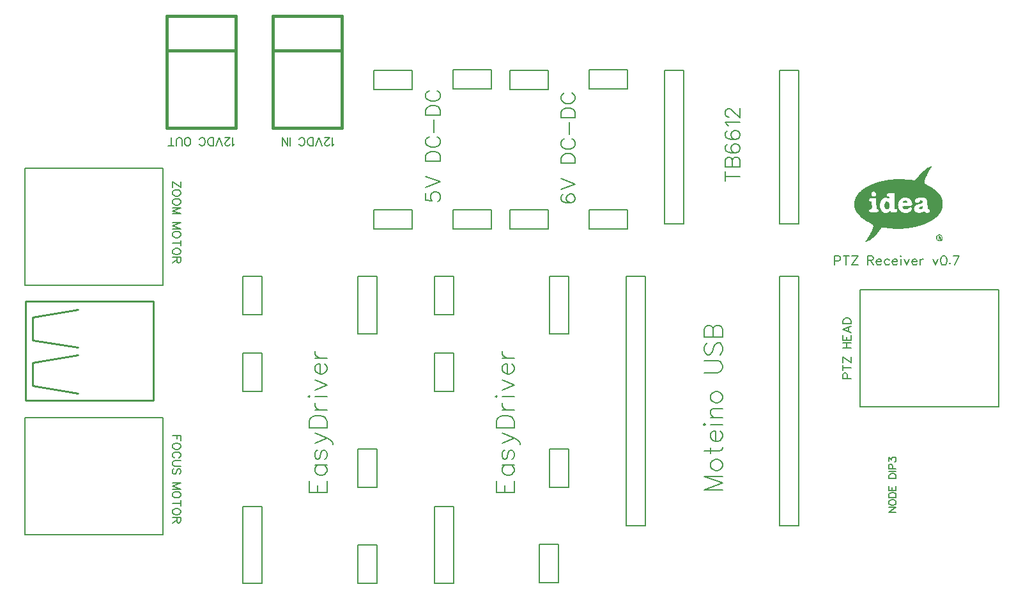
<source format=gto>
G04 ---------------------------- Layer name :TOP SILK LAYER*
G04 easyEDA 0.1*
G04 Scale: 100 percent, Rotated: No, Reflected: No *
G04 Dimensions in inches *
G04 leading zeros omitted , absolute positions ,2 integer and 4 * 
%FSLAX24Y24*%
%MOIN*%
G90*
G70D02*

%ADD10C,0.010000*%
%ADD11C,0.007900*%
%ADD12C,0.005080*%
%ADD13C,0.015240*%
%ADD14C,0.008000*%
%ADD15C,0.007000*%

%LPD*%
%LNVIA PAD TRACK COPPERAREA*%
G54D11*
G01X32019Y50800D02*
G01X31019Y50800D01*
G01X32019Y37800D02*
G01X32019Y50800D01*
G01X32019Y37800D02*
G01X31019Y37800D01*
G01X31019Y37800D02*
G01X31019Y38550D01*
G01X31019Y38550D02*
G01X31019Y50800D01*
G01X40019Y50800D02*
G01X39019Y50800D01*
G01X40019Y37800D02*
G01X40019Y50800D01*
G01X40019Y37800D02*
G01X39019Y37800D01*
G01X39019Y37800D02*
G01X39019Y38550D01*
G01X39019Y38550D02*
G01X39019Y50800D01*
G01X11019Y48800D02*
G01X11019Y50800D01*
G01X12019Y48800D02*
G01X11019Y48800D01*
G01X12019Y48800D02*
G01X12019Y50800D01*
G01X12019Y50800D02*
G01X11019Y50800D01*
G01X11019Y44800D02*
G01X11019Y46800D01*
G01X12019Y44800D02*
G01X11019Y44800D01*
G01X12019Y44800D02*
G01X12019Y46800D01*
G01X12019Y46800D02*
G01X11019Y46800D01*
G01X12019Y34800D02*
G01X11019Y34800D01*
G01X11019Y34800D02*
G01X11019Y38800D01*
G01X12019Y34800D02*
G01X12019Y38800D01*
G01X12019Y38800D02*
G01X11019Y38800D01*
G01X18019Y47800D02*
G01X18019Y50800D01*
G01X18019Y50800D02*
G01X17019Y50800D01*
G01X17019Y47800D02*
G01X17019Y50800D01*
G01X18019Y47800D02*
G01X17019Y47800D01*
G01X17019Y39800D02*
G01X17019Y41800D01*
G01X18019Y39800D02*
G01X17019Y39800D01*
G01X18019Y39800D02*
G01X18019Y41800D01*
G01X18019Y41800D02*
G01X17019Y41800D01*
G01X17019Y34800D02*
G01X17019Y36800D01*
G01X18019Y34800D02*
G01X17019Y34800D01*
G01X18019Y34800D02*
G01X18019Y36800D01*
G01X18019Y36800D02*
G01X17019Y36800D01*
G01X21019Y48800D02*
G01X21019Y50800D01*
G01X22019Y48800D02*
G01X21019Y48800D01*
G01X22019Y48800D02*
G01X22019Y50800D01*
G01X22019Y50800D02*
G01X21019Y50800D01*
G01X21019Y44800D02*
G01X21019Y46800D01*
G01X22019Y44800D02*
G01X21019Y44800D01*
G01X22019Y44800D02*
G01X22019Y46800D01*
G01X22019Y46800D02*
G01X21019Y46800D01*
G01X22019Y34800D02*
G01X21019Y34800D01*
G01X21019Y34800D02*
G01X21019Y38800D01*
G01X22019Y34800D02*
G01X22019Y38800D01*
G01X22019Y38800D02*
G01X21019Y38800D01*
G01X28019Y47800D02*
G01X28019Y50800D01*
G01X28019Y50800D02*
G01X27019Y50800D01*
G01X27019Y47800D02*
G01X27019Y50800D01*
G01X28019Y47800D02*
G01X27019Y47800D01*
G01X27019Y39800D02*
G01X27019Y41800D01*
G01X28019Y39800D02*
G01X27019Y39800D01*
G01X28019Y39800D02*
G01X28019Y41800D01*
G01X28019Y41800D02*
G01X27019Y41800D01*
G01X26484Y34816D02*
G01X26484Y36816D01*
G01X27484Y34816D02*
G01X26484Y34816D01*
G01X27484Y34816D02*
G01X27484Y36816D01*
G01X27484Y36816D02*
G01X26484Y36816D01*
G01X40019Y61505D02*
G01X39019Y61505D01*
G01X40019Y53503D02*
G01X40019Y61505D01*
G01X40019Y53503D02*
G01X39019Y53503D01*
G01X39019Y53503D02*
G01X39019Y61505D01*
G01X34019Y61505D02*
G01X33019Y61505D01*
G01X34019Y53503D02*
G01X34019Y61505D01*
G01X34019Y53503D02*
G01X33019Y53503D01*
G01X33019Y53503D02*
G01X33019Y61505D01*
G54D12*
G01X50449Y43988D02*
G01X50449Y50084D01*
G01X50449Y50084D02*
G01X43235Y50084D01*
G01X43235Y50084D02*
G01X43235Y43988D01*
G01X43235Y43988D02*
G01X50449Y43988D01*
G01X-339Y56409D02*
G01X-339Y50313D01*
G01X-339Y50313D02*
G01X6875Y50313D01*
G01X6875Y50313D02*
G01X6875Y56409D01*
G01X6875Y56409D02*
G01X-339Y56409D01*
G01X-339Y43416D02*
G01X-339Y37320D01*
G01X-339Y37320D02*
G01X6875Y37320D01*
G01X6875Y37320D02*
G01X6875Y43416D01*
G01X6875Y43416D02*
G01X-339Y43416D01*
G54D11*
G01X26953Y53245D02*
G01X24953Y53245D01*
G01X26953Y54245D02*
G01X26953Y53245D01*
G01X26953Y54245D02*
G01X24953Y54245D01*
G01X24953Y54245D02*
G01X24953Y53245D01*
G01X31082Y53260D02*
G01X29082Y53260D01*
G01X31082Y54260D02*
G01X31082Y53260D01*
G01X31082Y54260D02*
G01X29082Y54260D01*
G01X29082Y54260D02*
G01X29082Y53260D01*
G01X31086Y60536D02*
G01X29086Y60536D01*
G01X31086Y61536D02*
G01X31086Y60536D01*
G01X31086Y61536D02*
G01X29086Y61536D01*
G01X29086Y61536D02*
G01X29086Y60536D01*
G01X26949Y60530D02*
G01X24949Y60530D01*
G01X26949Y61530D02*
G01X26949Y60530D01*
G01X26949Y61530D02*
G01X24949Y61530D01*
G01X24949Y61530D02*
G01X24949Y60530D01*
G01X19867Y53246D02*
G01X17867Y53246D01*
G01X19867Y54246D02*
G01X19867Y53246D01*
G01X19867Y54246D02*
G01X17867Y54246D01*
G01X17867Y54246D02*
G01X17867Y53246D01*
G01X23996Y53261D02*
G01X21996Y53261D01*
G01X23996Y54261D02*
G01X23996Y53261D01*
G01X23996Y54261D02*
G01X21996Y54261D01*
G01X21996Y54261D02*
G01X21996Y53261D01*
G01X24000Y60537D02*
G01X22000Y60537D01*
G01X24000Y61537D02*
G01X24000Y60537D01*
G01X24000Y61537D02*
G01X22000Y61537D01*
G01X22000Y61537D02*
G01X22000Y60537D01*
G01X19863Y60531D02*
G01X17863Y60531D01*
G01X19863Y61531D02*
G01X19863Y60531D01*
G01X19863Y61531D02*
G01X17863Y61531D01*
G01X17863Y61531D02*
G01X17863Y60531D01*
G54D13*
G01X10661Y62562D02*
G01X7061Y62562D01*
G01X10661Y64362D02*
G01X7061Y64362D01*
G01X7061Y64362D02*
G01X7061Y58522D01*
G01X7061Y58522D02*
G01X10661Y58522D01*
G01X10661Y58522D02*
G01X10661Y64362D01*
G01X16188Y62564D02*
G01X12588Y62564D01*
G01X16188Y64364D02*
G01X12588Y64364D01*
G01X12588Y64364D02*
G01X12588Y58524D01*
G01X12588Y58524D02*
G01X16188Y58524D01*
G01X16188Y58524D02*
G01X16188Y64364D01*
G54D10*
G01X-320Y49470D02*
G01X6369Y49470D01*
G01X6369Y44310D01*
G01X-320Y44310D01*
G01X-320Y49470D01*
G01X2429Y49040D02*
G01X69Y48640D01*
G01X69Y47460D01*
G01X2429Y47070D01*
G01X2429Y44700D02*
G01X69Y45100D01*
G01X69Y46280D01*
G01X2429Y46670D01*
G54D14*
G01X35108Y39648D02*
G01X36048Y39648D01*
G01X35108Y39648D02*
G01X36048Y40006D01*
G01X35108Y40364D02*
G01X36048Y40006D01*
G01X35108Y40364D02*
G01X36048Y40364D01*
G01X35421Y40883D02*
G01X35466Y40793D01*
G01X35556Y40704D01*
G01X35690Y40659D01*
G01X35779Y40659D01*
G01X35913Y40704D01*
G01X36003Y40793D01*
G01X36048Y40883D01*
G01X36048Y41017D01*
G01X36003Y41106D01*
G01X35913Y41196D01*
G01X35779Y41241D01*
G01X35690Y41241D01*
G01X35556Y41196D01*
G01X35466Y41106D01*
G01X35421Y41017D01*
G01X35421Y40883D01*
G01X35108Y41670D02*
G01X35869Y41670D01*
G01X36003Y41715D01*
G01X36048Y41804D01*
G01X36048Y41894D01*
G01X35421Y41536D02*
G01X35421Y41849D01*
G01X35690Y42189D02*
G01X35690Y42726D01*
G01X35600Y42726D01*
G01X35511Y42681D01*
G01X35466Y42637D01*
G01X35421Y42547D01*
G01X35421Y42413D01*
G01X35466Y42323D01*
G01X35556Y42234D01*
G01X35690Y42189D01*
G01X35779Y42189D01*
G01X35913Y42234D01*
G01X36003Y42323D01*
G01X36048Y42413D01*
G01X36048Y42547D01*
G01X36003Y42637D01*
G01X35913Y42726D01*
G01X35108Y43021D02*
G01X35153Y43066D01*
G01X35108Y43111D01*
G01X35063Y43066D01*
G01X35108Y43021D01*
G01X35421Y43066D02*
G01X36048Y43066D01*
G01X35421Y43406D02*
G01X36048Y43406D01*
G01X35600Y43406D02*
G01X35466Y43540D01*
G01X35421Y43630D01*
G01X35421Y43764D01*
G01X35466Y43853D01*
G01X35600Y43898D01*
G01X36048Y43898D01*
G01X35421Y44417D02*
G01X35466Y44328D01*
G01X35556Y44238D01*
G01X35690Y44193D01*
G01X35779Y44193D01*
G01X35913Y44238D01*
G01X36003Y44328D01*
G01X36048Y44417D01*
G01X36048Y44551D01*
G01X36003Y44641D01*
G01X35913Y44730D01*
G01X35779Y44775D01*
G01X35690Y44775D01*
G01X35556Y44730D01*
G01X35466Y44641D01*
G01X35421Y44551D01*
G01X35421Y44417D01*
G01X35108Y45759D02*
G01X35779Y45759D01*
G01X35913Y45804D01*
G01X36003Y45894D01*
G01X36048Y46028D01*
G01X36048Y46117D01*
G01X36003Y46251D01*
G01X35913Y46341D01*
G01X35779Y46386D01*
G01X35108Y46386D01*
G01X35242Y47307D02*
G01X35153Y47218D01*
G01X35108Y47084D01*
G01X35108Y46905D01*
G01X35153Y46770D01*
G01X35242Y46681D01*
G01X35332Y46681D01*
G01X35421Y46726D01*
G01X35466Y46770D01*
G01X35511Y46860D01*
G01X35600Y47128D01*
G01X35645Y47218D01*
G01X35690Y47263D01*
G01X35779Y47307D01*
G01X35913Y47307D01*
G01X36003Y47218D01*
G01X36048Y47084D01*
G01X36048Y46905D01*
G01X36003Y46770D01*
G01X35913Y46681D01*
G01X35108Y47603D02*
G01X36048Y47603D01*
G01X35108Y47603D02*
G01X35108Y48005D01*
G01X35153Y48139D01*
G01X35198Y48184D01*
G01X35287Y48229D01*
G01X35377Y48229D01*
G01X35466Y48184D01*
G01X35511Y48139D01*
G01X35556Y48005D01*
G01X35556Y47603D02*
G01X35556Y48005D01*
G01X35600Y48139D01*
G01X35645Y48184D01*
G01X35734Y48229D01*
G01X35869Y48229D01*
G01X35958Y48184D01*
G01X36003Y48139D01*
G01X36048Y48005D01*
G01X36048Y47603D01*
G01X14478Y39528D02*
G01X15418Y39528D01*
G01X14478Y39528D02*
G01X14478Y40110D01*
G01X14926Y39528D02*
G01X14926Y39886D01*
G01X15418Y39528D02*
G01X15418Y40110D01*
G01X14791Y40942D02*
G01X15418Y40942D01*
G01X14926Y40942D02*
G01X14836Y40852D01*
G01X14791Y40763D01*
G01X14791Y40629D01*
G01X14836Y40539D01*
G01X14926Y40450D01*
G01X15060Y40405D01*
G01X15149Y40405D01*
G01X15283Y40450D01*
G01X15372Y40539D01*
G01X15418Y40629D01*
G01X15418Y40763D01*
G01X15372Y40852D01*
G01X15283Y40942D01*
G01X14926Y41729D02*
G01X14836Y41684D01*
G01X14791Y41550D01*
G01X14791Y41416D01*
G01X14836Y41282D01*
G01X14926Y41237D01*
G01X15015Y41282D01*
G01X15060Y41371D01*
G01X15104Y41595D01*
G01X15149Y41684D01*
G01X15238Y41729D01*
G01X15283Y41729D01*
G01X15372Y41684D01*
G01X15418Y41550D01*
G01X15418Y41416D01*
G01X15372Y41282D01*
G01X15283Y41237D01*
G01X14791Y42069D02*
G01X15418Y42338D01*
G01X14791Y42606D02*
G01X15418Y42338D01*
G01X15597Y42248D01*
G01X15686Y42159D01*
G01X15731Y42069D01*
G01X15731Y42024D01*
G01X14478Y42901D02*
G01X15418Y42901D01*
G01X14478Y42901D02*
G01X14478Y43214D01*
G01X14522Y43349D01*
G01X14612Y43438D01*
G01X14702Y43483D01*
G01X14836Y43528D01*
G01X15060Y43528D01*
G01X15194Y43483D01*
G01X15283Y43438D01*
G01X15372Y43349D01*
G01X15418Y43214D01*
G01X15418Y42901D01*
G01X14791Y43823D02*
G01X15418Y43823D01*
G01X15060Y43823D02*
G01X14926Y43868D01*
G01X14836Y43957D01*
G01X14791Y44047D01*
G01X14791Y44181D01*
G01X14478Y44476D02*
G01X14522Y44521D01*
G01X14478Y44566D01*
G01X14433Y44521D01*
G01X14478Y44476D01*
G01X14791Y44521D02*
G01X15418Y44521D01*
G01X14791Y44861D02*
G01X15418Y45129D01*
G01X14791Y45398D02*
G01X15418Y45129D01*
G01X15060Y45693D02*
G01X15060Y46230D01*
G01X14969Y46230D01*
G01X14881Y46185D01*
G01X14836Y46140D01*
G01X14791Y46051D01*
G01X14791Y45917D01*
G01X14836Y45827D01*
G01X14926Y45738D01*
G01X15060Y45693D01*
G01X15149Y45693D01*
G01X15283Y45738D01*
G01X15372Y45827D01*
G01X15418Y45917D01*
G01X15418Y46051D01*
G01X15372Y46140D01*
G01X15283Y46230D01*
G01X14791Y46525D02*
G01X15418Y46525D01*
G01X15060Y46525D02*
G01X14926Y46570D01*
G01X14836Y46659D01*
G01X14791Y46749D01*
G01X14791Y46883D01*
G01X24242Y39528D02*
G01X25182Y39528D01*
G01X24242Y39528D02*
G01X24242Y40110D01*
G01X24689Y39528D02*
G01X24689Y39886D01*
G01X25182Y39528D02*
G01X25182Y40110D01*
G01X24555Y40942D02*
G01X25182Y40942D01*
G01X24689Y40942D02*
G01X24600Y40852D01*
G01X24555Y40763D01*
G01X24555Y40629D01*
G01X24600Y40539D01*
G01X24689Y40450D01*
G01X24824Y40405D01*
G01X24913Y40405D01*
G01X25047Y40450D01*
G01X25137Y40539D01*
G01X25182Y40629D01*
G01X25182Y40763D01*
G01X25137Y40852D01*
G01X25047Y40942D01*
G01X24689Y41729D02*
G01X24600Y41684D01*
G01X24555Y41550D01*
G01X24555Y41416D01*
G01X24600Y41282D01*
G01X24689Y41237D01*
G01X24779Y41282D01*
G01X24824Y41371D01*
G01X24868Y41595D01*
G01X24913Y41684D01*
G01X25002Y41729D01*
G01X25047Y41729D01*
G01X25137Y41684D01*
G01X25182Y41550D01*
G01X25182Y41416D01*
G01X25137Y41282D01*
G01X25047Y41237D01*
G01X24555Y42069D02*
G01X25182Y42338D01*
G01X24555Y42606D02*
G01X25182Y42338D01*
G01X25361Y42248D01*
G01X25450Y42159D01*
G01X25495Y42069D01*
G01X25495Y42024D01*
G01X24242Y42901D02*
G01X25182Y42901D01*
G01X24242Y42901D02*
G01X24242Y43214D01*
G01X24287Y43349D01*
G01X24376Y43438D01*
G01X24466Y43483D01*
G01X24600Y43528D01*
G01X24824Y43528D01*
G01X24958Y43483D01*
G01X25047Y43438D01*
G01X25137Y43349D01*
G01X25182Y43214D01*
G01X25182Y42901D01*
G01X24555Y43823D02*
G01X25182Y43823D01*
G01X24824Y43823D02*
G01X24689Y43868D01*
G01X24600Y43957D01*
G01X24555Y44047D01*
G01X24555Y44181D01*
G01X24242Y44476D02*
G01X24287Y44521D01*
G01X24242Y44566D01*
G01X24197Y44521D01*
G01X24242Y44476D01*
G01X24555Y44521D02*
G01X25182Y44521D01*
G01X24555Y44861D02*
G01X25182Y45129D01*
G01X24555Y45398D02*
G01X25182Y45129D01*
G01X24824Y45693D02*
G01X24824Y46230D01*
G01X24733Y46230D01*
G01X24645Y46185D01*
G01X24600Y46140D01*
G01X24555Y46051D01*
G01X24555Y45917D01*
G01X24600Y45827D01*
G01X24689Y45738D01*
G01X24824Y45693D01*
G01X24913Y45693D01*
G01X25047Y45738D01*
G01X25137Y45827D01*
G01X25182Y45917D01*
G01X25182Y46051D01*
G01X25137Y46140D01*
G01X25047Y46230D01*
G01X24555Y46525D02*
G01X25182Y46525D01*
G01X24824Y46525D02*
G01X24689Y46570D01*
G01X24600Y46659D01*
G01X24555Y46749D01*
G01X24555Y46883D01*
G01X36201Y56001D02*
G01X36952Y56001D01*
G01X36201Y55750D02*
G01X36201Y56251D01*
G01X36201Y56487D02*
G01X36952Y56487D01*
G01X36201Y56487D02*
G01X36201Y56808D01*
G01X36236Y56917D01*
G01X36272Y56953D01*
G01X36344Y56988D01*
G01X36415Y56988D01*
G01X36487Y56953D01*
G01X36523Y56917D01*
G01X36558Y56808D01*
G01X36558Y56487D02*
G01X36558Y56808D01*
G01X36594Y56917D01*
G01X36630Y56953D01*
G01X36702Y56988D01*
G01X36809Y56988D01*
G01X36881Y56953D01*
G01X36916Y56917D01*
G01X36952Y56808D01*
G01X36952Y56487D01*
G01X36308Y57654D02*
G01X36236Y57618D01*
G01X36201Y57511D01*
G01X36201Y57439D01*
G01X36236Y57331D01*
G01X36344Y57260D01*
G01X36523Y57225D01*
G01X36702Y57225D01*
G01X36845Y57260D01*
G01X36916Y57331D01*
G01X36952Y57439D01*
G01X36952Y57475D01*
G01X36916Y57581D01*
G01X36845Y57654D01*
G01X36737Y57690D01*
G01X36702Y57690D01*
G01X36594Y57654D01*
G01X36523Y57581D01*
G01X36487Y57475D01*
G01X36487Y57439D01*
G01X36523Y57331D01*
G01X36594Y57260D01*
G01X36702Y57225D01*
G01X36308Y58355D02*
G01X36236Y58320D01*
G01X36201Y58212D01*
G01X36201Y58141D01*
G01X36236Y58032D01*
G01X36344Y57962D01*
G01X36523Y57926D01*
G01X36702Y57926D01*
G01X36845Y57962D01*
G01X36916Y58032D01*
G01X36952Y58141D01*
G01X36952Y58177D01*
G01X36916Y58283D01*
G01X36845Y58355D01*
G01X36737Y58391D01*
G01X36702Y58391D01*
G01X36594Y58355D01*
G01X36523Y58283D01*
G01X36487Y58177D01*
G01X36487Y58141D01*
G01X36523Y58032D01*
G01X36594Y57962D01*
G01X36702Y57926D01*
G01X36344Y58628D02*
G01X36308Y58699D01*
G01X36201Y58806D01*
G01X36952Y58806D01*
G01X36379Y59079D02*
G01X36344Y59079D01*
G01X36272Y59114D01*
G01X36236Y59150D01*
G01X36201Y59222D01*
G01X36201Y59365D01*
G01X36236Y59436D01*
G01X36272Y59472D01*
G01X36344Y59507D01*
G01X36415Y59507D01*
G01X36487Y59472D01*
G01X36594Y59401D01*
G01X36952Y59043D01*
G01X36952Y59544D01*
G01X41885Y51844D02*
G01X41885Y51375D01*
G01X41885Y51844D02*
G01X42086Y51844D01*
G01X42153Y51822D01*
G01X42176Y51800D01*
G01X42198Y51754D01*
G01X42198Y51688D01*
G01X42176Y51643D01*
G01X42153Y51621D01*
G01X42086Y51598D01*
G01X41885Y51598D01*
G01X42502Y51844D02*
G01X42502Y51375D01*
G01X42346Y51844D02*
G01X42659Y51844D01*
G01X43120Y51844D02*
G01X42807Y51375D01*
G01X42807Y51844D02*
G01X43120Y51844D01*
G01X42807Y51375D02*
G01X43120Y51375D01*
G01X43612Y51844D02*
G01X43612Y51375D01*
G01X43612Y51844D02*
G01X43813Y51844D01*
G01X43879Y51822D01*
G01X43903Y51800D01*
G01X43925Y51754D01*
G01X43925Y51710D01*
G01X43903Y51665D01*
G01X43879Y51643D01*
G01X43813Y51621D01*
G01X43612Y51621D01*
G01X43767Y51621D02*
G01X43925Y51375D01*
G01X44073Y51554D02*
G01X44341Y51554D01*
G01X44341Y51598D01*
G01X44319Y51643D01*
G01X44296Y51665D01*
G01X44252Y51688D01*
G01X44185Y51688D01*
G01X44140Y51665D01*
G01X44095Y51621D01*
G01X44073Y51554D01*
G01X44073Y51508D01*
G01X44095Y51442D01*
G01X44140Y51397D01*
G01X44185Y51375D01*
G01X44252Y51375D01*
G01X44296Y51397D01*
G01X44341Y51442D01*
G01X44757Y51621D02*
G01X44712Y51665D01*
G01X44667Y51688D01*
G01X44601Y51688D01*
G01X44555Y51665D01*
G01X44511Y51621D01*
G01X44489Y51554D01*
G01X44489Y51508D01*
G01X44511Y51442D01*
G01X44555Y51397D01*
G01X44601Y51375D01*
G01X44667Y51375D01*
G01X44712Y51397D01*
G01X44757Y51442D01*
G01X44904Y51554D02*
G01X45173Y51554D01*
G01X45173Y51598D01*
G01X45151Y51643D01*
G01X45129Y51665D01*
G01X45084Y51688D01*
G01X45016Y51688D01*
G01X44972Y51665D01*
G01X44927Y51621D01*
G01X44904Y51554D01*
G01X44904Y51508D01*
G01X44927Y51442D01*
G01X44972Y51397D01*
G01X45016Y51375D01*
G01X45084Y51375D01*
G01X45129Y51397D01*
G01X45173Y51442D01*
G01X45321Y51844D02*
G01X45342Y51822D01*
G01X45366Y51844D01*
G01X45342Y51867D01*
G01X45321Y51844D01*
G01X45342Y51688D02*
G01X45342Y51375D01*
G01X45513Y51688D02*
G01X45648Y51375D01*
G01X45782Y51688D02*
G01X45648Y51375D01*
G01X45929Y51554D02*
G01X46198Y51554D01*
G01X46198Y51598D01*
G01X46175Y51643D01*
G01X46153Y51665D01*
G01X46108Y51688D01*
G01X46041Y51688D01*
G01X45996Y51665D01*
G01X45952Y51621D01*
G01X45929Y51554D01*
G01X45929Y51508D01*
G01X45952Y51442D01*
G01X45996Y51397D01*
G01X46041Y51375D01*
G01X46108Y51375D01*
G01X46153Y51397D01*
G01X46198Y51442D01*
G01X46345Y51688D02*
G01X46345Y51375D01*
G01X46345Y51554D02*
G01X46367Y51621D01*
G01X46413Y51665D01*
G01X46457Y51688D01*
G01X46524Y51688D01*
G01X47016Y51688D02*
G01X47151Y51375D01*
G01X47285Y51688D02*
G01X47151Y51375D01*
G01X47566Y51844D02*
G01X47500Y51822D01*
G01X47454Y51754D01*
G01X47433Y51643D01*
G01X47433Y51576D01*
G01X47454Y51464D01*
G01X47500Y51397D01*
G01X47566Y51375D01*
G01X47612Y51375D01*
G01X47679Y51397D01*
G01X47723Y51464D01*
G01X47746Y51576D01*
G01X47746Y51643D01*
G01X47723Y51754D01*
G01X47679Y51822D01*
G01X47612Y51844D01*
G01X47566Y51844D01*
G01X47916Y51487D02*
G01X47892Y51464D01*
G01X47916Y51442D01*
G01X47938Y51464D01*
G01X47916Y51487D01*
G01X48399Y51844D02*
G01X48175Y51375D01*
G01X48086Y51844D02*
G01X48399Y51844D01*
G01X44722Y38485D02*
G01X45098Y38485D01*
G01X44722Y38485D02*
G01X45098Y38736D01*
G01X44722Y38736D02*
G01X45098Y38736D01*
G01X44722Y38961D02*
G01X44740Y38925D01*
G01X44776Y38889D01*
G01X44812Y38872D01*
G01X44865Y38854D01*
G01X44954Y38854D01*
G01X45009Y38872D01*
G01X45044Y38889D01*
G01X45079Y38925D01*
G01X45098Y38961D01*
G01X45098Y39033D01*
G01X45079Y39068D01*
G01X45044Y39104D01*
G01X45009Y39122D01*
G01X44954Y39140D01*
G01X44865Y39140D01*
G01X44812Y39122D01*
G01X44776Y39104D01*
G01X44740Y39068D01*
G01X44722Y39033D01*
G01X44722Y38961D01*
G01X44722Y39258D02*
G01X45098Y39258D01*
G01X44722Y39258D02*
G01X44722Y39383D01*
G01X44740Y39437D01*
G01X44776Y39473D01*
G01X44812Y39491D01*
G01X44865Y39509D01*
G01X44954Y39509D01*
G01X45009Y39491D01*
G01X45044Y39473D01*
G01X45079Y39437D01*
G01X45098Y39383D01*
G01X45098Y39258D01*
G01X44722Y39627D02*
G01X45098Y39627D01*
G01X44722Y39627D02*
G01X44722Y39859D01*
G01X44901Y39627D02*
G01X44901Y39770D01*
G01X45098Y39627D02*
G01X45098Y39859D01*
G01X44722Y40253D02*
G01X45098Y40253D01*
G01X44722Y40253D02*
G01X44722Y40378D01*
G01X44740Y40432D01*
G01X44776Y40468D01*
G01X44812Y40486D01*
G01X44865Y40504D01*
G01X44954Y40504D01*
G01X45009Y40486D01*
G01X45044Y40468D01*
G01X45079Y40432D01*
G01X45098Y40378D01*
G01X45098Y40253D01*
G01X44722Y40622D02*
G01X45098Y40622D01*
G01X44722Y40740D02*
G01X45098Y40740D01*
G01X44722Y40740D02*
G01X44722Y40901D01*
G01X44740Y40955D01*
G01X44758Y40972D01*
G01X44794Y40990D01*
G01X44848Y40990D01*
G01X44883Y40972D01*
G01X44901Y40955D01*
G01X44919Y40901D01*
G01X44919Y40740D01*
G01X44722Y41144D02*
G01X44722Y41341D01*
G01X44865Y41234D01*
G01X44865Y41287D01*
G01X44883Y41323D01*
G01X44901Y41341D01*
G01X44954Y41359D01*
G01X44991Y41359D01*
G01X45044Y41341D01*
G01X45079Y41305D01*
G01X45098Y41252D01*
G01X45098Y41198D01*
G01X45079Y41144D01*
G01X45062Y41126D01*
G01X45026Y41108D01*
G01X27725Y55037D02*
G01X27652Y55002D01*
G01X27618Y54894D01*
G01X27618Y54823D01*
G01X27652Y54715D01*
G01X27761Y54644D01*
G01X27939Y54607D01*
G01X28119Y54607D01*
G01X28262Y54644D01*
G01X28333Y54715D01*
G01X28369Y54823D01*
G01X28369Y54858D01*
G01X28333Y54966D01*
G01X28262Y55037D01*
G01X28154Y55073D01*
G01X28119Y55073D01*
G01X28011Y55037D01*
G01X27939Y54966D01*
G01X27904Y54858D01*
G01X27904Y54823D01*
G01X27939Y54715D01*
G01X28011Y54644D01*
G01X28119Y54607D01*
G01X27618Y55310D02*
G01X28369Y55596D01*
G01X27618Y55881D02*
G01X28369Y55596D01*
G01X27618Y56670D02*
G01X28369Y56670D01*
G01X27618Y56670D02*
G01X27618Y56920D01*
G01X27652Y57027D01*
G01X27725Y57099D01*
G01X27795Y57135D01*
G01X27904Y57171D01*
G01X28083Y57171D01*
G01X28189Y57135D01*
G01X28262Y57099D01*
G01X28333Y57027D01*
G01X28369Y56920D01*
G01X28369Y56670D01*
G01X27795Y57944D02*
G01X27725Y57907D01*
G01X27652Y57836D01*
G01X27618Y57765D01*
G01X27618Y57622D01*
G01X27652Y57550D01*
G01X27725Y57478D01*
G01X27795Y57443D01*
G01X27904Y57406D01*
G01X28083Y57406D01*
G01X28189Y57443D01*
G01X28262Y57478D01*
G01X28333Y57550D01*
G01X28369Y57622D01*
G01X28369Y57765D01*
G01X28333Y57836D01*
G01X28262Y57907D01*
G01X28189Y57944D01*
G01X28047Y58179D02*
G01X28047Y58824D01*
G01X27618Y59060D02*
G01X28369Y59060D01*
G01X27618Y59060D02*
G01X27618Y59311D01*
G01X27652Y59418D01*
G01X27725Y59490D01*
G01X27795Y59526D01*
G01X27904Y59561D01*
G01X28083Y59561D01*
G01X28189Y59526D01*
G01X28262Y59490D01*
G01X28333Y59418D01*
G01X28369Y59311D01*
G01X28369Y59060D01*
G01X27795Y60335D02*
G01X27725Y60299D01*
G01X27652Y60227D01*
G01X27618Y60155D01*
G01X27618Y60012D01*
G01X27652Y59941D01*
G01X27725Y59869D01*
G01X27795Y59832D01*
G01X27904Y59798D01*
G01X28083Y59798D01*
G01X28189Y59832D01*
G01X28262Y59869D01*
G01X28333Y59941D01*
G01X28369Y60012D01*
G01X28369Y60155D01*
G01X28333Y60227D01*
G01X28262Y60299D01*
G01X28189Y60335D01*
G01X20570Y55117D02*
G01X20570Y54760D01*
G01X20893Y54724D01*
G01X20857Y54760D01*
G01X20820Y54867D01*
G01X20820Y54974D01*
G01X20857Y55081D01*
G01X20927Y55153D01*
G01X21036Y55189D01*
G01X21107Y55189D01*
G01X21214Y55153D01*
G01X21286Y55081D01*
G01X21322Y54974D01*
G01X21322Y54867D01*
G01X21286Y54760D01*
G01X21251Y54724D01*
G01X21179Y54688D01*
G01X20570Y55425D02*
G01X21322Y55712D01*
G01X20570Y55998D02*
G01X21322Y55712D01*
G01X20570Y56785D02*
G01X21322Y56785D01*
G01X20570Y56785D02*
G01X20570Y57036D01*
G01X20606Y57143D01*
G01X20677Y57215D01*
G01X20749Y57251D01*
G01X20857Y57286D01*
G01X21036Y57286D01*
G01X21143Y57251D01*
G01X21214Y57215D01*
G01X21286Y57143D01*
G01X21322Y57036D01*
G01X21322Y56785D01*
G01X20749Y58060D02*
G01X20677Y58024D01*
G01X20606Y57952D01*
G01X20570Y57880D01*
G01X20570Y57737D01*
G01X20606Y57666D01*
G01X20677Y57594D01*
G01X20749Y57557D01*
G01X20857Y57523D01*
G01X21036Y57523D01*
G01X21143Y57557D01*
G01X21214Y57594D01*
G01X21286Y57666D01*
G01X21322Y57737D01*
G01X21322Y57880D01*
G01X21286Y57952D01*
G01X21214Y58024D01*
G01X21143Y58060D01*
G01X21000Y58296D02*
G01X21000Y58940D01*
G01X20570Y59176D02*
G01X21322Y59176D01*
G01X20570Y59176D02*
G01X20570Y59427D01*
G01X20606Y59533D01*
G01X20677Y59605D01*
G01X20749Y59641D01*
G01X20857Y59677D01*
G01X21036Y59677D01*
G01X21143Y59641D01*
G01X21214Y59605D01*
G01X21286Y59533D01*
G01X21322Y59427D01*
G01X21322Y59176D01*
G01X20749Y60450D02*
G01X20677Y60415D01*
G01X20606Y60343D01*
G01X20570Y60271D01*
G01X20570Y60128D01*
G01X20606Y60056D01*
G01X20677Y59985D01*
G01X20749Y59949D01*
G01X20857Y59913D01*
G01X21036Y59913D01*
G01X21143Y59949D01*
G01X21214Y59985D01*
G01X21286Y60056D01*
G01X21322Y60128D01*
G01X21322Y60271D01*
G01X21286Y60343D01*
G01X21214Y60415D01*
G01X21143Y60450D01*
G54D15*
G01X42328Y45458D02*
G01X42758Y45458D01*
G01X42328Y45458D02*
G01X42328Y45642D01*
G01X42349Y45703D01*
G01X42369Y45724D01*
G01X42410Y45744D01*
G01X42472Y45744D01*
G01X42513Y45724D01*
G01X42533Y45703D01*
G01X42553Y45642D01*
G01X42553Y45458D01*
G01X42328Y46022D02*
G01X42758Y46022D01*
G01X42328Y45879D02*
G01X42328Y46166D01*
G01X42328Y46587D02*
G01X42758Y46301D01*
G01X42328Y46301D02*
G01X42328Y46587D01*
G01X42758Y46301D02*
G01X42758Y46587D01*
G01X42328Y47037D02*
G01X42758Y47037D01*
G01X42328Y47323D02*
G01X42758Y47323D01*
G01X42533Y47037D02*
G01X42533Y47323D01*
G01X42328Y47458D02*
G01X42758Y47458D01*
G01X42328Y47458D02*
G01X42328Y47724D01*
G01X42533Y47458D02*
G01X42533Y47622D01*
G01X42758Y47458D02*
G01X42758Y47724D01*
G01X42328Y48023D02*
G01X42758Y47859D01*
G01X42328Y48023D02*
G01X42758Y48186D01*
G01X42615Y47921D02*
G01X42615Y48125D01*
G01X42328Y48321D02*
G01X42758Y48321D01*
G01X42328Y48321D02*
G01X42328Y48465D01*
G01X42349Y48526D01*
G01X42390Y48567D01*
G01X42430Y48587D01*
G01X42491Y48608D01*
G01X42594Y48608D01*
G01X42655Y48587D01*
G01X42697Y48567D01*
G01X42738Y48526D01*
G01X42758Y48465D01*
G01X42758Y48321D01*
G01X7781Y55425D02*
G01X7352Y55711D01*
G01X7781Y55711D02*
G01X7781Y55425D01*
G01X7352Y55711D02*
G01X7352Y55425D01*
G01X7781Y55167D02*
G01X7761Y55207D01*
G01X7719Y55249D01*
G01X7678Y55269D01*
G01X7618Y55290D01*
G01X7516Y55290D01*
G01X7453Y55269D01*
G01X7413Y55249D01*
G01X7372Y55207D01*
G01X7352Y55167D01*
G01X7352Y55085D01*
G01X7372Y55044D01*
G01X7413Y55003D01*
G01X7453Y54982D01*
G01X7516Y54962D01*
G01X7618Y54962D01*
G01X7678Y54982D01*
G01X7719Y55003D01*
G01X7761Y55044D01*
G01X7781Y55085D01*
G01X7781Y55167D01*
G01X7781Y54704D02*
G01X7761Y54746D01*
G01X7719Y54786D01*
G01X7678Y54806D01*
G01X7618Y54827D01*
G01X7516Y54827D01*
G01X7453Y54806D01*
G01X7413Y54786D01*
G01X7372Y54746D01*
G01X7352Y54704D01*
G01X7352Y54623D01*
G01X7372Y54581D01*
G01X7413Y54541D01*
G01X7453Y54521D01*
G01X7516Y54500D01*
G01X7618Y54500D01*
G01X7678Y54521D01*
G01X7719Y54541D01*
G01X7761Y54581D01*
G01X7781Y54623D01*
G01X7781Y54704D01*
G01X7781Y54365D02*
G01X7352Y54365D01*
G01X7781Y54365D02*
G01X7352Y54201D01*
G01X7781Y54038D02*
G01X7352Y54201D01*
G01X7781Y54038D02*
G01X7352Y54038D01*
G01X7781Y53588D02*
G01X7352Y53588D01*
G01X7781Y53588D02*
G01X7352Y53424D01*
G01X7781Y53261D02*
G01X7352Y53424D01*
G01X7781Y53261D02*
G01X7352Y53261D01*
G01X7781Y53003D02*
G01X7761Y53044D01*
G01X7719Y53085D01*
G01X7678Y53104D01*
G01X7618Y53126D01*
G01X7516Y53126D01*
G01X7453Y53104D01*
G01X7413Y53085D01*
G01X7372Y53044D01*
G01X7352Y53003D01*
G01X7352Y52921D01*
G01X7372Y52879D01*
G01X7413Y52839D01*
G01X7453Y52819D01*
G01X7516Y52798D01*
G01X7618Y52798D01*
G01X7678Y52819D01*
G01X7719Y52839D01*
G01X7761Y52879D01*
G01X7781Y52921D01*
G01X7781Y53003D01*
G01X7781Y52520D02*
G01X7352Y52520D01*
G01X7781Y52663D02*
G01X7781Y52377D01*
G01X7781Y52119D02*
G01X7761Y52160D01*
G01X7719Y52201D01*
G01X7678Y52221D01*
G01X7618Y52242D01*
G01X7516Y52242D01*
G01X7453Y52221D01*
G01X7413Y52201D01*
G01X7372Y52160D01*
G01X7352Y52119D01*
G01X7352Y52037D01*
G01X7372Y51996D01*
G01X7413Y51955D01*
G01X7453Y51935D01*
G01X7516Y51915D01*
G01X7618Y51915D01*
G01X7678Y51935D01*
G01X7719Y51955D01*
G01X7761Y51996D01*
G01X7781Y52037D01*
G01X7781Y52119D01*
G01X7781Y51779D02*
G01X7352Y51779D01*
G01X7781Y51779D02*
G01X7781Y51596D01*
G01X7761Y51533D01*
G01X7741Y51514D01*
G01X7700Y51493D01*
G01X7659Y51493D01*
G01X7618Y51514D01*
G01X7597Y51533D01*
G01X7577Y51596D01*
G01X7577Y51779D01*
G01X7577Y51636D02*
G01X7352Y51493D01*
G01X7781Y42490D02*
G01X7352Y42490D01*
G01X7781Y42490D02*
G01X7781Y42224D01*
G01X7577Y42490D02*
G01X7577Y42326D01*
G01X7781Y41966D02*
G01X7761Y42007D01*
G01X7719Y42048D01*
G01X7678Y42068D01*
G01X7618Y42089D01*
G01X7515Y42089D01*
G01X7453Y42068D01*
G01X7413Y42048D01*
G01X7372Y42007D01*
G01X7352Y41966D01*
G01X7352Y41884D01*
G01X7372Y41843D01*
G01X7413Y41802D01*
G01X7453Y41782D01*
G01X7515Y41761D01*
G01X7618Y41761D01*
G01X7678Y41782D01*
G01X7719Y41802D01*
G01X7761Y41843D01*
G01X7781Y41884D01*
G01X7781Y41966D01*
G01X7678Y41320D02*
G01X7719Y41340D01*
G01X7761Y41381D01*
G01X7781Y41422D01*
G01X7781Y41504D01*
G01X7761Y41545D01*
G01X7719Y41586D01*
G01X7678Y41606D01*
G01X7618Y41626D01*
G01X7515Y41626D01*
G01X7453Y41606D01*
G01X7413Y41586D01*
G01X7372Y41545D01*
G01X7352Y41504D01*
G01X7352Y41422D01*
G01X7372Y41381D01*
G01X7413Y41340D01*
G01X7453Y41320D01*
G01X7781Y41185D02*
G01X7474Y41185D01*
G01X7413Y41164D01*
G01X7372Y41123D01*
G01X7352Y41062D01*
G01X7352Y41021D01*
G01X7372Y40960D01*
G01X7413Y40919D01*
G01X7474Y40898D01*
G01X7781Y40898D01*
G01X7719Y40477D02*
G01X7761Y40518D01*
G01X7781Y40579D01*
G01X7781Y40661D01*
G01X7761Y40722D01*
G01X7719Y40763D01*
G01X7678Y40763D01*
G01X7638Y40743D01*
G01X7618Y40722D01*
G01X7597Y40681D01*
G01X7556Y40559D01*
G01X7536Y40518D01*
G01X7515Y40497D01*
G01X7474Y40477D01*
G01X7413Y40477D01*
G01X7372Y40518D01*
G01X7352Y40579D01*
G01X7352Y40661D01*
G01X7372Y40722D01*
G01X7413Y40763D01*
G01X7781Y40027D02*
G01X7352Y40027D01*
G01X7781Y40027D02*
G01X7352Y39863D01*
G01X7781Y39700D02*
G01X7352Y39863D01*
G01X7781Y39700D02*
G01X7352Y39700D01*
G01X7781Y39442D02*
G01X7761Y39483D01*
G01X7719Y39524D01*
G01X7678Y39544D01*
G01X7618Y39565D01*
G01X7515Y39565D01*
G01X7453Y39544D01*
G01X7413Y39524D01*
G01X7372Y39483D01*
G01X7352Y39442D01*
G01X7352Y39360D01*
G01X7372Y39319D01*
G01X7413Y39278D01*
G01X7453Y39258D01*
G01X7515Y39237D01*
G01X7618Y39237D01*
G01X7678Y39258D01*
G01X7719Y39278D01*
G01X7761Y39319D01*
G01X7781Y39360D01*
G01X7781Y39442D01*
G01X7781Y38959D02*
G01X7352Y38959D01*
G01X7781Y39102D02*
G01X7781Y38816D01*
G01X7781Y38558D02*
G01X7761Y38599D01*
G01X7719Y38640D01*
G01X7678Y38661D01*
G01X7618Y38681D01*
G01X7515Y38681D01*
G01X7453Y38661D01*
G01X7413Y38640D01*
G01X7372Y38599D01*
G01X7352Y38558D01*
G01X7352Y38476D01*
G01X7372Y38436D01*
G01X7413Y38395D01*
G01X7453Y38374D01*
G01X7515Y38354D01*
G01X7618Y38354D01*
G01X7678Y38374D01*
G01X7719Y38395D01*
G01X7761Y38436D01*
G01X7781Y38476D01*
G01X7781Y38558D01*
G01X7781Y38219D02*
G01X7352Y38219D01*
G01X7781Y38219D02*
G01X7781Y38035D01*
G01X7761Y37973D01*
G01X7740Y37953D01*
G01X7699Y37932D01*
G01X7659Y37932D01*
G01X7618Y37953D01*
G01X7597Y37973D01*
G01X7577Y38035D01*
G01X7577Y38219D01*
G01X7577Y38076D02*
G01X7352Y37932D01*
G01X10604Y57671D02*
G01X10563Y57651D01*
G01X10502Y57590D01*
G01X10502Y58020D01*
G01X10346Y57693D02*
G01X10346Y57671D01*
G01X10326Y57630D01*
G01X10305Y57610D01*
G01X10263Y57590D01*
G01X10183Y57590D01*
G01X10141Y57610D01*
G01X10121Y57630D01*
G01X10101Y57671D01*
G01X10101Y57713D01*
G01X10121Y57753D01*
G01X10162Y57815D01*
G01X10366Y58020D01*
G01X10080Y58020D01*
G01X9944Y57590D02*
G01X9782Y58020D01*
G01X9618Y57590D02*
G01X9782Y58020D01*
G01X9483Y57590D02*
G01X9483Y58020D01*
G01X9483Y57590D02*
G01X9340Y57590D01*
G01X9279Y57610D01*
G01X9238Y57651D01*
G01X9216Y57693D01*
G01X9197Y57753D01*
G01X9197Y57855D01*
G01X9216Y57918D01*
G01X9238Y57957D01*
G01X9279Y58001D01*
G01X9340Y58020D01*
G01X9483Y58020D01*
G01X8755Y57693D02*
G01X8775Y57651D01*
G01X8816Y57610D01*
G01X8857Y57590D01*
G01X8938Y57590D01*
G01X8980Y57610D01*
G01X9021Y57651D01*
G01X9041Y57693D01*
G01X9062Y57753D01*
G01X9062Y57855D01*
G01X9041Y57918D01*
G01X9021Y57957D01*
G01X8980Y58001D01*
G01X8938Y58020D01*
G01X8857Y58020D01*
G01X8816Y58001D01*
G01X8775Y57957D01*
G01X8755Y57918D01*
G01X8181Y57590D02*
G01X8222Y57610D01*
G01X8263Y57651D01*
G01X8284Y57693D01*
G01X8305Y57753D01*
G01X8305Y57855D01*
G01X8284Y57918D01*
G01X8263Y57957D01*
G01X8222Y58001D01*
G01X8181Y58020D01*
G01X8100Y58020D01*
G01X8059Y58001D01*
G01X8019Y57957D01*
G01X7997Y57918D01*
G01X7978Y57855D01*
G01X7978Y57753D01*
G01X7997Y57693D01*
G01X8019Y57651D01*
G01X8059Y57610D01*
G01X8100Y57590D01*
G01X8181Y57590D01*
G01X7843Y57590D02*
G01X7843Y57896D01*
G01X7822Y57957D01*
G01X7781Y58001D01*
G01X7719Y58020D01*
G01X7678Y58020D01*
G01X7618Y58001D01*
G01X7577Y57957D01*
G01X7556Y57896D01*
G01X7556Y57590D01*
G01X7278Y57590D02*
G01X7278Y58020D01*
G01X7421Y57590D02*
G01X7134Y57590D01*
G01X15802Y57671D02*
G01X15761Y57651D01*
G01X15700Y57590D01*
G01X15700Y58019D01*
G01X15544Y57692D02*
G01X15544Y57671D01*
G01X15524Y57629D01*
G01X15503Y57610D01*
G01X15462Y57590D01*
G01X15381Y57590D01*
G01X15340Y57610D01*
G01X15319Y57629D01*
G01X15299Y57671D01*
G01X15299Y57712D01*
G01X15319Y57753D01*
G01X15360Y57815D01*
G01X15565Y58019D01*
G01X15278Y58019D01*
G01X15143Y57590D02*
G01X14980Y58019D01*
G01X14816Y57590D02*
G01X14980Y58019D01*
G01X14681Y57590D02*
G01X14681Y58019D01*
G01X14681Y57590D02*
G01X14538Y57590D01*
G01X14477Y57610D01*
G01X14436Y57651D01*
G01X14415Y57692D01*
G01X14394Y57753D01*
G01X14394Y57854D01*
G01X14415Y57917D01*
G01X14436Y57957D01*
G01X14477Y57999D01*
G01X14538Y58019D01*
G01X14681Y58019D01*
G01X13953Y57692D02*
G01X13972Y57651D01*
G01X14013Y57610D01*
G01X14055Y57590D01*
G01X14137Y57590D01*
G01X14178Y57610D01*
G01X14219Y57651D01*
G01X14238Y57692D01*
G01X14260Y57753D01*
G01X14260Y57854D01*
G01X14238Y57917D01*
G01X14219Y57957D01*
G01X14178Y57999D01*
G01X14137Y58019D01*
G01X14055Y58019D01*
G01X14013Y57999D01*
G01X13972Y57957D01*
G01X13953Y57917D01*
G01X13503Y57590D02*
G01X13503Y58019D01*
G01X13368Y57590D02*
G01X13368Y58019D01*
G01X13368Y57590D02*
G01X13082Y58019D01*
G01X13082Y57590D02*
G01X13082Y58019D01*

%LPD*%
%LNFill Path*%
G36*
G01X46752Y56442D02*
G01X46752Y56442D01*
G01X46752Y56442D01*
G01X46739Y56435D01*
G01X46726Y56428D01*
G01X46711Y56420D01*
G01X46697Y56410D01*
G01X46681Y56400D01*
G01X46665Y56388D01*
G01X46648Y56376D01*
G01X46631Y56362D01*
G01X46614Y56348D01*
G01X46596Y56333D01*
G01X46577Y56318D01*
G01X46558Y56301D01*
G01X46539Y56284D01*
G01X46520Y56266D01*
G01X46500Y56248D01*
G01X46480Y56229D01*
G01X46460Y56210D01*
G01X46440Y56190D01*
G01X46420Y56169D01*
G01X46400Y56148D01*
G01X46380Y56127D01*
G01X46360Y56106D01*
G01X46340Y56084D01*
G01X46320Y56062D01*
G01X46300Y56040D01*
G01X46281Y56017D01*
G01X46262Y55995D01*
G01X46243Y55972D01*
G01X46224Y55949D01*
G01X46206Y55927D01*
G01X46189Y55904D01*
G01X46172Y55881D01*
G01X46082Y55772D01*
G01X45812Y55812D01*
G01X45812Y55812D01*
G01X45785Y55815D01*
G01X45758Y55818D01*
G01X45732Y55821D01*
G01X45705Y55824D01*
G01X45679Y55827D01*
G01X45652Y55829D01*
G01X45626Y55832D01*
G01X45599Y55834D01*
G01X45573Y55836D01*
G01X45546Y55838D01*
G01X45519Y55839D01*
G01X45493Y55841D01*
G01X45466Y55842D01*
G01X45440Y55843D01*
G01X45413Y55844D01*
G01X45387Y55845D01*
G01X45360Y55846D01*
G01X45334Y55846D01*
G01X45308Y55846D01*
G01X45281Y55847D01*
G01X45255Y55847D01*
G01X45228Y55846D01*
G01X45202Y55846D01*
G01X45176Y55845D01*
G01X45150Y55845D01*
G01X45124Y55844D01*
G01X45097Y55843D01*
G01X45071Y55842D01*
G01X45045Y55840D01*
G01X45019Y55839D01*
G01X44993Y55837D01*
G01X44967Y55836D01*
G01X44942Y55834D01*
G01X44916Y55832D01*
G01X44890Y55829D01*
G01X44864Y55827D01*
G01X44839Y55824D01*
G01X44813Y55822D01*
G01X44788Y55819D01*
G01X44763Y55816D01*
G01X44737Y55812D01*
G01X44712Y55809D01*
G01X44687Y55806D01*
G01X44662Y55802D01*
G01X44637Y55798D01*
G01X44612Y55794D01*
G01X44587Y55790D01*
G01X44562Y55786D01*
G01X44538Y55781D01*
G01X44513Y55777D01*
G01X44489Y55772D01*
G01X44464Y55767D01*
G01X44440Y55762D01*
G01X44416Y55757D01*
G01X44392Y55752D01*
G01X44368Y55747D01*
G01X44344Y55741D01*
G01X44320Y55735D01*
G01X44297Y55729D01*
G01X44273Y55723D01*
G01X44250Y55717D01*
G01X44226Y55711D01*
G01X44203Y55705D01*
G01X44180Y55698D01*
G01X44157Y55691D01*
G01X44134Y55685D01*
G01X44112Y55678D01*
G01X44089Y55670D01*
G01X44067Y55663D01*
G01X44045Y55656D01*
G01X44022Y55648D01*
G01X44001Y55641D01*
G01X43979Y55633D01*
G01X43957Y55625D01*
G01X43935Y55617D01*
G01X43914Y55609D01*
G01X43893Y55600D01*
G01X43872Y55592D01*
G01X43851Y55583D01*
G01X43830Y55575D01*
G01X43809Y55566D01*
G01X43789Y55557D01*
G01X43769Y55548D01*
G01X43749Y55539D01*
G01X43729Y55529D01*
G01X43709Y55520D01*
G01X43689Y55510D01*
G01X43670Y55501D01*
G01X43650Y55491D01*
G01X43631Y55481D01*
G01X43613Y55471D01*
G01X43594Y55460D01*
G01X43575Y55450D01*
G01X43557Y55440D01*
G01X43539Y55429D01*
G01X43521Y55418D01*
G01X43503Y55408D01*
G01X43486Y55397D01*
G01X43468Y55386D01*
G01X43451Y55374D01*
G01X43434Y55363D01*
G01X43417Y55352D01*
G01X43401Y55340D01*
G01X43384Y55329D01*
G01X43368Y55317D01*
G01X43352Y55305D01*
G01X43337Y55293D01*
G01X43321Y55281D01*
G01X43306Y55269D01*
G01X43291Y55256D01*
G01X43276Y55244D01*
G01X43262Y55231D01*
G01X43262Y55231D01*
G01X43242Y55214D01*
G01X43223Y55196D01*
G01X43204Y55178D01*
G01X43186Y55160D01*
G01X43169Y55141D01*
G01X43152Y55123D01*
G01X43136Y55104D01*
G01X43120Y55085D01*
G01X43105Y55065D01*
G01X43090Y55046D01*
G01X43076Y55026D01*
G01X43063Y55007D01*
G01X43050Y54987D01*
G01X43038Y54967D01*
G01X43027Y54947D01*
G01X43016Y54926D01*
G01X43005Y54906D01*
G01X42995Y54885D01*
G01X42986Y54865D01*
G01X42978Y54844D01*
G01X42970Y54823D01*
G01X42962Y54802D01*
G01X42955Y54781D01*
G01X42949Y54760D01*
G01X42943Y54739D01*
G01X42938Y54718D01*
G01X42934Y54697D01*
G01X42930Y54675D01*
G01X42927Y54654D01*
G01X42924Y54633D01*
G01X42922Y54611D01*
G01X42921Y54590D01*
G01X42920Y54569D01*
G01X42920Y54547D01*
G01X42920Y54526D01*
G01X42921Y54504D01*
G01X42923Y54483D01*
G01X42925Y54462D01*
G01X42928Y54440D01*
G01X42931Y54419D01*
G01X42936Y54398D01*
G01X42940Y54377D01*
G01X42946Y54356D01*
G01X42951Y54335D01*
G01X42958Y54314D01*
G01X42965Y54293D01*
G01X42973Y54272D01*
G01X42982Y54252D01*
G01X42982Y54252D01*
G01X42989Y54235D01*
G01X42998Y54218D01*
G01X43007Y54201D01*
G01X43017Y54184D01*
G01X43028Y54167D01*
G01X43039Y54149D01*
G01X43050Y54132D01*
G01X43063Y54114D01*
G01X43076Y54096D01*
G01X43089Y54078D01*
G01X43103Y54060D01*
G01X43118Y54042D01*
G01X43133Y54025D01*
G01X43149Y54007D01*
G01X43165Y53989D01*
G01X43181Y53971D01*
G01X43198Y53953D01*
G01X43216Y53935D01*
G01X43233Y53918D01*
G01X43252Y53900D01*
G01X43270Y53883D01*
G01X43289Y53866D01*
G01X43308Y53849D01*
G01X43328Y53832D01*
G01X43348Y53815D01*
G01X43368Y53799D01*
G01X43388Y53782D01*
G01X43409Y53766D01*
G01X43430Y53751D01*
G01X43451Y53735D01*
G01X43473Y53720D01*
G01X43494Y53706D01*
G01X43516Y53691D01*
G01X43538Y53677D01*
G01X43560Y53663D01*
G01X43582Y53650D01*
G01X43604Y53637D01*
G01X43627Y53625D01*
G01X43649Y53613D01*
G01X43672Y53602D01*
G01X43672Y53602D01*
G01X43714Y53580D01*
G01X43752Y53560D01*
G01X43785Y53541D01*
G01X43814Y53523D01*
G01X43838Y53507D01*
G01X43859Y53492D01*
G01X43876Y53477D01*
G01X43889Y53463D01*
G01X43899Y53450D01*
G01X43906Y53437D01*
G01X43910Y53424D01*
G01X43912Y53412D01*
G01X43912Y53412D01*
G01X43911Y53398D01*
G01X43909Y53383D01*
G01X43907Y53367D01*
G01X43903Y53350D01*
G01X43899Y53332D01*
G01X43894Y53313D01*
G01X43887Y53294D01*
G01X43880Y53273D01*
G01X43873Y53252D01*
G01X43864Y53230D01*
G01X43855Y53207D01*
G01X43845Y53184D01*
G01X43835Y53160D01*
G01X43824Y53137D01*
G01X43812Y53112D01*
G01X43800Y53088D01*
G01X43788Y53063D01*
G01X43775Y53038D01*
G01X43762Y53014D01*
G01X43748Y52989D01*
G01X43734Y52964D01*
G01X43720Y52940D01*
G01X43706Y52916D01*
G01X43691Y52892D01*
G01X43676Y52869D01*
G01X43661Y52846D01*
G01X43646Y52823D01*
G01X43632Y52802D01*
G01X43632Y52802D01*
G01X43612Y52774D01*
G01X43593Y52748D01*
G01X43576Y52724D01*
G01X43560Y52700D01*
G01X43545Y52679D01*
G01X43531Y52659D01*
G01X43520Y52641D01*
G01X43510Y52626D01*
G01X43502Y52613D01*
G01X43496Y52603D01*
G01X43493Y52596D01*
G01X43491Y52592D01*
G01X43491Y52592D01*
G01X43498Y52589D01*
G01X43511Y52589D01*
G01X43529Y52592D01*
G01X43552Y52598D01*
G01X43578Y52605D01*
G01X43607Y52615D01*
G01X43638Y52627D01*
G01X43672Y52642D01*
G01X43672Y52642D01*
G01X43689Y52649D01*
G01X43706Y52658D01*
G01X43724Y52668D01*
G01X43742Y52679D01*
G01X43760Y52690D01*
G01X43779Y52702D01*
G01X43798Y52715D01*
G01X43817Y52729D01*
G01X43836Y52743D01*
G01X43856Y52758D01*
G01X43875Y52774D01*
G01X43895Y52790D01*
G01X43914Y52807D01*
G01X43934Y52824D01*
G01X43953Y52842D01*
G01X43973Y52860D01*
G01X43992Y52879D01*
G01X44011Y52898D01*
G01X44031Y52918D01*
G01X44050Y52937D01*
G01X44068Y52958D01*
G01X44087Y52978D01*
G01X44105Y52999D01*
G01X44123Y53020D01*
G01X44140Y53041D01*
G01X44158Y53062D01*
G01X44175Y53084D01*
G01X44191Y53105D01*
G01X44207Y53127D01*
G01X44222Y53148D01*
G01X44237Y53170D01*
G01X44252Y53192D01*
G01X44252Y53192D01*
G01X44273Y53226D01*
G01X44292Y53255D01*
G01X44309Y53279D01*
G01X44326Y53299D01*
G01X44341Y53314D01*
G01X44355Y53325D01*
G01X44370Y53333D01*
G01X44384Y53337D01*
G01X44399Y53339D01*
G01X44415Y53338D01*
G01X44432Y53336D01*
G01X44452Y53331D01*
G01X44452Y53331D01*
G01X44478Y53326D01*
G01X44504Y53321D01*
G01X44530Y53317D01*
G01X44556Y53312D01*
G01X44582Y53308D01*
G01X44609Y53304D01*
G01X44635Y53300D01*
G01X44661Y53296D01*
G01X44688Y53292D01*
G01X44714Y53289D01*
G01X44741Y53286D01*
G01X44767Y53283D01*
G01X44794Y53280D01*
G01X44821Y53277D01*
G01X44847Y53275D01*
G01X44874Y53273D01*
G01X44900Y53271D01*
G01X44927Y53269D01*
G01X44954Y53267D01*
G01X44980Y53266D01*
G01X45007Y53264D01*
G01X45034Y53263D01*
G01X45060Y53262D01*
G01X45087Y53261D01*
G01X45114Y53261D01*
G01X45140Y53260D01*
G01X45167Y53260D01*
G01X45194Y53260D01*
G01X45220Y53260D01*
G01X45247Y53260D01*
G01X45273Y53260D01*
G01X45300Y53261D01*
G01X45326Y53262D01*
G01X45353Y53263D01*
G01X45379Y53264D01*
G01X45406Y53265D01*
G01X45432Y53267D01*
G01X45458Y53268D01*
G01X45485Y53270D01*
G01X45511Y53272D01*
G01X45537Y53274D01*
G01X45563Y53276D01*
G01X45589Y53279D01*
G01X45615Y53281D01*
G01X45641Y53284D01*
G01X45667Y53287D01*
G01X45693Y53290D01*
G01X45719Y53293D01*
G01X45745Y53296D01*
G01X45770Y53300D01*
G01X45796Y53304D01*
G01X45821Y53307D01*
G01X45847Y53311D01*
G01X45872Y53316D01*
G01X45897Y53320D01*
G01X45922Y53324D01*
G01X45947Y53329D01*
G01X45972Y53334D01*
G01X45997Y53338D01*
G01X46022Y53344D01*
G01X46047Y53349D01*
G01X46071Y53354D01*
G01X46096Y53360D01*
G01X46120Y53365D01*
G01X46144Y53371D01*
G01X46168Y53377D01*
G01X46192Y53383D01*
G01X46216Y53389D01*
G01X46240Y53395D01*
G01X46263Y53402D01*
G01X46287Y53408D01*
G01X46310Y53415D01*
G01X46333Y53422D01*
G01X46357Y53429D01*
G01X46379Y53436D01*
G01X46402Y53444D01*
G01X46425Y53451D01*
G01X46447Y53459D01*
G01X46470Y53466D01*
G01X46492Y53474D01*
G01X46514Y53482D01*
G01X46536Y53490D01*
G01X46558Y53498D01*
G01X46579Y53507D01*
G01X46601Y53515D01*
G01X46622Y53524D01*
G01X46643Y53533D01*
G01X46664Y53541D01*
G01X46684Y53550D01*
G01X46705Y53560D01*
G01X46725Y53569D01*
G01X46745Y53578D01*
G01X46765Y53588D01*
G01X46785Y53597D01*
G01X46805Y53607D01*
G01X46824Y53617D01*
G01X46843Y53627D01*
G01X46862Y53637D01*
G01X46881Y53647D01*
G01X46900Y53657D01*
G01X46918Y53668D01*
G01X46936Y53678D01*
G01X46954Y53689D01*
G01X46972Y53699D01*
G01X46989Y53710D01*
G01X47007Y53721D01*
G01X47024Y53732D01*
G01X47040Y53744D01*
G01X47057Y53755D01*
G01X47073Y53766D01*
G01X47089Y53778D01*
G01X47105Y53789D01*
G01X47121Y53801D01*
G01X47136Y53813D01*
G01X47152Y53825D01*
G01X47166Y53837D01*
G01X47181Y53849D01*
G01X47195Y53861D01*
G01X47210Y53873D01*
G01X47223Y53886D01*
G01X47237Y53898D01*
G01X47250Y53911D01*
G01X47264Y53924D01*
G01X47276Y53937D01*
G01X47289Y53949D01*
G01X47301Y53962D01*
G01X47313Y53976D01*
G01X47325Y53989D01*
G01X47336Y54002D01*
G01X47347Y54015D01*
G01X47358Y54029D01*
G01X47369Y54042D01*
G01X47379Y54056D01*
G01X47389Y54070D01*
G01X47399Y54084D01*
G01X47408Y54097D01*
G01X47417Y54111D01*
G01X47426Y54125D01*
G01X47434Y54140D01*
G01X47442Y54154D01*
G01X47450Y54168D01*
G01X47458Y54182D01*
G01X47465Y54197D01*
G01X47472Y54212D01*
G01X47472Y54212D01*
G01X47481Y54233D01*
G01X47489Y54256D01*
G01X47497Y54279D01*
G01X47505Y54302D01*
G01X47511Y54326D01*
G01X47517Y54351D01*
G01X47522Y54376D01*
G01X47527Y54401D01*
G01X47530Y54426D01*
G01X47533Y54452D01*
G01X47536Y54478D01*
G01X47538Y54504D01*
G01X47539Y54530D01*
G01X47539Y54556D01*
G01X47539Y54583D01*
G01X47538Y54609D01*
G01X47536Y54635D01*
G01X47533Y54661D01*
G01X47530Y54687D01*
G01X47527Y54712D01*
G01X47522Y54737D01*
G01X47517Y54762D01*
G01X47511Y54787D01*
G01X47505Y54811D01*
G01X47497Y54834D01*
G01X47489Y54857D01*
G01X47481Y54880D01*
G01X47472Y54902D01*
G01X47472Y54902D01*
G01X47463Y54918D01*
G01X47454Y54936D01*
G01X47444Y54953D01*
G01X47433Y54971D01*
G01X47421Y54989D01*
G01X47409Y55007D01*
G01X47395Y55026D01*
G01X47380Y55044D01*
G01X47365Y55063D01*
G01X47349Y55082D01*
G01X47333Y55101D01*
G01X47315Y55120D01*
G01X47297Y55139D01*
G01X47279Y55158D01*
G01X47259Y55177D01*
G01X47240Y55195D01*
G01X47220Y55214D01*
G01X47199Y55233D01*
G01X47178Y55251D01*
G01X47157Y55269D01*
G01X47135Y55288D01*
G01X47113Y55305D01*
G01X47090Y55323D01*
G01X47068Y55340D01*
G01X47045Y55357D01*
G01X47022Y55373D01*
G01X46999Y55389D01*
G01X46976Y55405D01*
G01X46953Y55420D01*
G01X46929Y55435D01*
G01X46906Y55449D01*
G01X46883Y55463D01*
G01X46860Y55476D01*
G01X46837Y55488D01*
G01X46814Y55500D01*
G01X46791Y55512D01*
G01X46791Y55512D01*
G01X46750Y55533D01*
G01X46713Y55552D01*
G01X46683Y55569D01*
G01X46657Y55585D01*
G01X46636Y55600D01*
G01X46619Y55614D01*
G01X46606Y55628D01*
G01X46596Y55641D01*
G01X46589Y55655D01*
G01X46585Y55669D01*
G01X46582Y55685D01*
G01X46582Y55702D01*
G01X46582Y55702D01*
G01X46582Y55713D01*
G01X46584Y55726D01*
G01X46587Y55740D01*
G01X46590Y55757D01*
G01X46595Y55774D01*
G01X46601Y55793D01*
G01X46607Y55813D01*
G01X46615Y55835D01*
G01X46623Y55857D01*
G01X46632Y55880D01*
G01X46641Y55904D01*
G01X46651Y55929D01*
G01X46662Y55954D01*
G01X46673Y55980D01*
G01X46684Y56006D01*
G01X46697Y56033D01*
G01X46709Y56059D01*
G01X46722Y56086D01*
G01X46734Y56112D01*
G01X46748Y56139D01*
G01X46761Y56165D01*
G01X46774Y56190D01*
G01X46787Y56216D01*
G01X46801Y56240D01*
G01X46814Y56264D01*
G01X46827Y56287D01*
G01X46840Y56309D01*
G01X46853Y56330D01*
G01X46866Y56350D01*
G01X46878Y56368D01*
G01X46890Y56386D01*
G01X46902Y56402D01*
G01X46902Y56402D01*
G01X46917Y56424D01*
G01X46929Y56445D01*
G01X46938Y56462D01*
G01X46944Y56477D01*
G01X46947Y56489D01*
G01X46946Y56498D01*
G01X46942Y56504D01*
G01X46935Y56508D01*
G01X46925Y56509D01*
G01X46911Y56507D01*
G01X46893Y56503D01*
G01X46872Y56496D01*
G01X46847Y56486D01*
G01X46819Y56474D01*
G01X46787Y56459D01*
G01X46752Y56442D01*
G37*
G36*
G01X47241Y52912D02*
G01X47241Y52912D01*
G01X47241Y52912D01*
G01X47223Y52892D01*
G01X47207Y52874D01*
G01X47195Y52856D01*
G01X47186Y52839D01*
G01X47179Y52821D01*
G01X47177Y52804D01*
G01X47177Y52786D01*
G01X47181Y52768D01*
G01X47188Y52748D01*
G01X47199Y52728D01*
G01X47213Y52706D01*
G01X47232Y52681D01*
G01X47232Y52681D01*
G01X47246Y52663D01*
G01X47264Y52647D01*
G01X47285Y52635D01*
G01X47308Y52625D01*
G01X47333Y52618D01*
G01X47359Y52614D01*
G01X47385Y52613D01*
G01X47412Y52615D01*
G01X47437Y52620D01*
G01X47461Y52627D01*
G01X47482Y52638D01*
G01X47502Y52652D01*
G01X47502Y52652D01*
G01X47515Y52671D01*
G01X47526Y52692D01*
G01X47533Y52716D01*
G01X47538Y52741D01*
G01X47540Y52768D01*
G01X47539Y52794D01*
G01X47535Y52820D01*
G01X47528Y52845D01*
G01X47518Y52868D01*
G01X47506Y52889D01*
G01X47490Y52907D01*
G01X47472Y52922D01*
G01X47472Y52922D01*
G01X47447Y52940D01*
G01X47425Y52954D01*
G01X47405Y52965D01*
G01X47385Y52972D01*
G01X47367Y52976D01*
G01X47349Y52977D01*
G01X47332Y52974D01*
G01X47314Y52967D01*
G01X47297Y52958D01*
G01X47279Y52946D01*
G01X47261Y52930D01*
G01X47241Y52912D01*
G37*

%LPC*%
%LNFill Path*%
G36*
G01X44022Y55162D02*
G01X44022Y55162D01*
G01X44022Y55162D01*
G01X44037Y55146D01*
G01X44049Y55131D01*
G01X44059Y55115D01*
G01X44066Y55099D01*
G01X44070Y55084D01*
G01X44072Y55068D01*
G01X44072Y55053D01*
G01X44070Y55039D01*
G01X44066Y55025D01*
G01X44059Y55012D01*
G01X44051Y54999D01*
G01X44040Y54988D01*
G01X44028Y54978D01*
G01X44014Y54969D01*
G01X43999Y54962D01*
G01X43982Y54956D01*
G01X43964Y54952D01*
G01X43944Y54950D01*
G01X43923Y54950D01*
G01X43902Y54952D01*
G01X43902Y54952D01*
G01X43880Y54956D01*
G01X43862Y54966D01*
G01X43846Y54979D01*
G01X43833Y54995D01*
G01X43823Y55013D01*
G01X43817Y55034D01*
G01X43813Y55056D01*
G01X43813Y55078D01*
G01X43817Y55101D01*
G01X43825Y55122D01*
G01X43836Y55143D01*
G01X43852Y55162D01*
G01X43852Y55162D01*
G01X43871Y55181D01*
G01X43891Y55195D01*
G01X43911Y55204D01*
G01X43933Y55207D01*
G01X43955Y55204D01*
G01X43977Y55195D01*
G01X43999Y55181D01*
G01X44022Y55162D01*
G37*
G36*
G01X45012Y54692D02*
G01X45012Y54692D01*
G01X45012Y54281D01*
G01X45102Y54281D01*
G01X45102Y54281D01*
G01X45143Y54278D01*
G01X45167Y54265D01*
G01X45175Y54244D01*
G01X45172Y54212D01*
G01X45172Y54212D01*
G01X45169Y54193D01*
G01X45165Y54178D01*
G01X45160Y54165D01*
G01X45153Y54155D01*
G01X45144Y54147D01*
G01X45133Y54140D01*
G01X45118Y54135D01*
G01X45100Y54131D01*
G01X45077Y54129D01*
G01X45050Y54126D01*
G01X45019Y54124D01*
G01X44982Y54122D01*
G01X44982Y54122D01*
G01X44931Y54119D01*
G01X44892Y54118D01*
G01X44862Y54120D01*
G01X44840Y54124D01*
G01X44826Y54131D01*
G01X44817Y54141D01*
G01X44813Y54155D01*
G01X44812Y54172D01*
G01X44812Y54172D01*
G01X44810Y54194D01*
G01X44804Y54204D01*
G01X44795Y54202D01*
G01X44782Y54192D01*
G01X44782Y54192D01*
G01X44772Y54177D01*
G01X44759Y54163D01*
G01X44743Y54149D01*
G01X44724Y54136D01*
G01X44703Y54125D01*
G01X44681Y54114D01*
G01X44659Y54105D01*
G01X44636Y54097D01*
G01X44613Y54090D01*
G01X44591Y54085D01*
G01X44570Y54083D01*
G01X44552Y54081D01*
G01X44552Y54081D01*
G01X44532Y54083D01*
G01X44512Y54087D01*
G01X44492Y54094D01*
G01X44471Y54104D01*
G01X44451Y54116D01*
G01X44430Y54129D01*
G01X44410Y54145D01*
G01X44390Y54163D01*
G01X44371Y54182D01*
G01X44354Y54202D01*
G01X44337Y54224D01*
G01X44322Y54246D01*
G01X44309Y54269D01*
G01X44298Y54293D01*
G01X44288Y54317D01*
G01X44282Y54342D01*
G01X44282Y54342D01*
G01X44276Y54366D01*
G01X44272Y54391D01*
G01X44269Y54416D01*
G01X44267Y54442D01*
G01X44266Y54468D01*
G01X44267Y54495D01*
G01X44268Y54521D01*
G01X44271Y54547D01*
G01X44274Y54573D01*
G01X44279Y54599D01*
G01X44285Y54624D01*
G01X44292Y54649D01*
G01X44299Y54673D01*
G01X44308Y54696D01*
G01X44318Y54718D01*
G01X44329Y54740D01*
G01X44341Y54760D01*
G01X44353Y54778D01*
G01X44367Y54796D01*
G01X44382Y54812D01*
G01X44382Y54812D01*
G01X44396Y54826D01*
G01X44412Y54838D01*
G01X44429Y54849D01*
G01X44449Y54858D01*
G01X44469Y54866D01*
G01X44490Y54872D01*
G01X44512Y54876D01*
G01X44535Y54879D01*
G01X44558Y54880D01*
G01X44582Y54879D01*
G01X44605Y54877D01*
G01X44628Y54873D01*
G01X44650Y54868D01*
G01X44671Y54861D01*
G01X44692Y54852D01*
G01X44712Y54842D01*
G01X44712Y54842D01*
G01X44746Y54827D01*
G01X44764Y54828D01*
G01X44771Y54846D01*
G01X44772Y54881D01*
G01X44772Y54881D01*
G01X44768Y54908D01*
G01X44757Y54927D01*
G01X44738Y54938D01*
G01X44712Y54942D01*
G01X44712Y54942D01*
G01X44687Y54944D01*
G01X44665Y54950D01*
G01X44647Y54961D01*
G01X44633Y54975D01*
G01X44623Y54993D01*
G01X44617Y55013D01*
G01X44617Y55036D01*
G01X44622Y55062D01*
G01X44622Y55062D01*
G01X44631Y55075D01*
G01X44643Y55086D01*
G01X44659Y55095D01*
G01X44680Y55102D01*
G01X44706Y55106D01*
G01X44738Y55109D01*
G01X44776Y55111D01*
G01X44822Y55112D01*
G01X45012Y55112D01*
G01X45012Y54692D01*
G37*
G36*
G01X46682Y54812D02*
G01X46682Y54812D01*
G01X46682Y54812D01*
G01X46693Y54796D01*
G01X46703Y54780D01*
G01X46712Y54763D01*
G01X46719Y54745D01*
G01X46725Y54725D01*
G01X46730Y54703D01*
G01X46734Y54678D01*
G01X46737Y54652D01*
G01X46739Y54622D01*
G01X46741Y54589D01*
G01X46741Y54552D01*
G01X46741Y54512D01*
G01X46741Y54512D01*
G01X46742Y54465D01*
G01X46742Y54426D01*
G01X46743Y54392D01*
G01X46744Y54365D01*
G01X46747Y54342D01*
G01X46750Y54324D01*
G01X46755Y54310D01*
G01X46762Y54298D01*
G01X46771Y54289D01*
G01X46782Y54282D01*
G01X46795Y54277D01*
G01X46812Y54272D01*
G01X46812Y54272D01*
G01X46832Y54265D01*
G01X46848Y54255D01*
G01X46860Y54244D01*
G01X46869Y54230D01*
G01X46873Y54214D01*
G01X46873Y54198D01*
G01X46869Y54181D01*
G01X46861Y54163D01*
G01X46849Y54146D01*
G01X46834Y54130D01*
G01X46815Y54115D01*
G01X46791Y54102D01*
G01X46791Y54102D01*
G01X46770Y54095D01*
G01X46750Y54091D01*
G01X46730Y54088D01*
G01X46712Y54089D01*
G01X46693Y54092D01*
G01X46673Y54099D01*
G01X46653Y54108D01*
G01X46632Y54122D01*
G01X46632Y54122D01*
G01X46610Y54135D01*
G01X46591Y54145D01*
G01X46572Y54152D01*
G01X46553Y54155D01*
G01X46532Y54154D01*
G01X46509Y54148D01*
G01X46483Y54137D01*
G01X46452Y54122D01*
G01X46452Y54122D01*
G01X46428Y54112D01*
G01X46404Y54105D01*
G01X46379Y54100D01*
G01X46355Y54096D01*
G01X46331Y54094D01*
G01X46307Y54094D01*
G01X46284Y54095D01*
G01X46261Y54097D01*
G01X46238Y54102D01*
G01X46216Y54107D01*
G01X46195Y54114D01*
G01X46175Y54123D01*
G01X46156Y54132D01*
G01X46138Y54143D01*
G01X46121Y54156D01*
G01X46106Y54169D01*
G01X46091Y54183D01*
G01X46079Y54199D01*
G01X46068Y54215D01*
G01X46059Y54233D01*
G01X46051Y54251D01*
G01X46046Y54271D01*
G01X46043Y54291D01*
G01X46041Y54312D01*
G01X46041Y54312D01*
G01X46042Y54332D01*
G01X46044Y54351D01*
G01X46047Y54370D01*
G01X46052Y54387D01*
G01X46058Y54404D01*
G01X46065Y54420D01*
G01X46074Y54434D01*
G01X46084Y54448D01*
G01X46096Y54462D01*
G01X46110Y54474D01*
G01X46126Y54486D01*
G01X46143Y54497D01*
G01X46162Y54507D01*
G01X46183Y54516D01*
G01X46206Y54525D01*
G01X46231Y54534D01*
G01X46258Y54541D01*
G01X46287Y54549D01*
G01X46318Y54555D01*
G01X46352Y54562D01*
G01X46352Y54562D01*
G01X46400Y54569D01*
G01X46438Y54577D01*
G01X46463Y54584D01*
G01X46472Y54592D01*
G01X46472Y54592D01*
G01X46473Y54602D01*
G01X46479Y54618D01*
G01X46488Y54635D01*
G01X46502Y54652D01*
G01X46502Y54652D01*
G01X46499Y54680D01*
G01X46490Y54704D01*
G01X46472Y54725D01*
G01X46441Y54742D01*
G01X46441Y54742D01*
G01X46421Y54751D01*
G01X46405Y54758D01*
G01X46391Y54760D01*
G01X46380Y54758D01*
G01X46371Y54750D01*
G01X46361Y54737D01*
G01X46352Y54718D01*
G01X46341Y54692D01*
G01X46341Y54692D01*
G01X46330Y54670D01*
G01X46315Y54652D01*
G01X46298Y54638D01*
G01X46279Y54626D01*
G01X46259Y54618D01*
G01X46237Y54613D01*
G01X46214Y54611D01*
G01X46190Y54614D01*
G01X46167Y54620D01*
G01X46144Y54630D01*
G01X46122Y54644D01*
G01X46102Y54662D01*
G01X46102Y54662D01*
G01X46092Y54674D01*
G01X46085Y54687D01*
G01X46081Y54700D01*
G01X46078Y54712D01*
G01X46077Y54724D01*
G01X46077Y54736D01*
G01X46080Y54747D01*
G01X46084Y54759D01*
G01X46090Y54770D01*
G01X46098Y54780D01*
G01X46106Y54790D01*
G01X46117Y54800D01*
G01X46128Y54810D01*
G01X46141Y54819D01*
G01X46154Y54828D01*
G01X46169Y54836D01*
G01X46185Y54844D01*
G01X46202Y54851D01*
G01X46219Y54858D01*
G01X46237Y54864D01*
G01X46256Y54870D01*
G01X46275Y54875D01*
G01X46295Y54880D01*
G01X46315Y54884D01*
G01X46336Y54887D01*
G01X46357Y54890D01*
G01X46378Y54892D01*
G01X46399Y54894D01*
G01X46420Y54895D01*
G01X46441Y54895D01*
G01X46461Y54894D01*
G01X46482Y54893D01*
G01X46502Y54891D01*
G01X46522Y54888D01*
G01X46542Y54884D01*
G01X46560Y54880D01*
G01X46579Y54874D01*
G01X46596Y54868D01*
G01X46613Y54861D01*
G01X46629Y54853D01*
G01X46643Y54844D01*
G01X46657Y54834D01*
G01X46670Y54823D01*
G01X46682Y54812D01*
G37*
G36*
G01X44072Y54572D02*
G01X44072Y54572D01*
G01X44072Y54572D01*
G01X44074Y54513D01*
G01X44077Y54464D01*
G01X44080Y54422D01*
G01X44083Y54387D01*
G01X44088Y54358D01*
G01X44093Y54335D01*
G01X44099Y54317D01*
G01X44106Y54303D01*
G01X44115Y54292D01*
G01X44125Y54283D01*
G01X44138Y54277D01*
G01X44152Y54272D01*
G01X44152Y54272D01*
G01X44178Y54256D01*
G01X44197Y54239D01*
G01X44208Y54218D01*
G01X44212Y54192D01*
G01X44212Y54192D01*
G01X44206Y54178D01*
G01X44200Y54166D01*
G01X44192Y54157D01*
G01X44182Y54149D01*
G01X44168Y54143D01*
G01X44152Y54139D01*
G01X44131Y54136D01*
G01X44105Y54134D01*
G01X44074Y54132D01*
G01X44037Y54132D01*
G01X43993Y54132D01*
G01X43941Y54131D01*
G01X43941Y54131D01*
G01X43892Y54132D01*
G01X43850Y54132D01*
G01X43814Y54132D01*
G01X43783Y54133D01*
G01X43758Y54135D01*
G01X43738Y54138D01*
G01X43722Y54141D01*
G01X43710Y54146D01*
G01X43701Y54153D01*
G01X43695Y54160D01*
G01X43692Y54170D01*
G01X43691Y54181D01*
G01X43691Y54181D01*
G01X43690Y54210D01*
G01X43700Y54235D01*
G01X43724Y54259D01*
G01X43762Y54281D01*
G01X43762Y54281D01*
G01X43782Y54289D01*
G01X43799Y54296D01*
G01X43813Y54303D01*
G01X43824Y54312D01*
G01X43833Y54322D01*
G01X43839Y54335D01*
G01X43843Y54351D01*
G01X43845Y54371D01*
G01X43846Y54395D01*
G01X43845Y54425D01*
G01X43844Y54460D01*
G01X43841Y54502D01*
G01X43841Y54502D01*
G01X43838Y54553D01*
G01X43833Y54594D01*
G01X43828Y54628D01*
G01X43822Y54653D01*
G01X43813Y54671D01*
G01X43802Y54683D01*
G01X43788Y54689D01*
G01X43772Y54692D01*
G01X43772Y54692D01*
G01X43750Y54689D01*
G01X43730Y54696D01*
G01X43713Y54711D01*
G01X43700Y54730D01*
G01X43693Y54753D01*
G01X43691Y54777D01*
G01X43697Y54801D01*
G01X43712Y54822D01*
G01X43712Y54822D01*
G01X43722Y54832D01*
G01X43737Y54840D01*
G01X43757Y54847D01*
G01X43780Y54853D01*
G01X43807Y54857D01*
G01X43837Y54859D01*
G01X43868Y54861D01*
G01X43902Y54862D01*
G01X44062Y54862D01*
G01X44072Y54572D01*
G37*
G36*
G01X45832Y54812D02*
G01X45832Y54812D01*
G01X45832Y54812D01*
G01X45851Y54791D01*
G01X45868Y54769D01*
G01X45884Y54747D01*
G01X45898Y54723D01*
G01X45910Y54699D01*
G01X45920Y54674D01*
G01X45929Y54649D01*
G01X45935Y54623D01*
G01X45940Y54598D01*
G01X45942Y54572D01*
G01X45943Y54547D01*
G01X45941Y54522D01*
G01X45941Y54522D01*
G01X45938Y54510D01*
G01X45933Y54500D01*
G01X45926Y54491D01*
G01X45916Y54483D01*
G01X45903Y54477D01*
G01X45887Y54472D01*
G01X45866Y54467D01*
G01X45840Y54463D01*
G01X45809Y54460D01*
G01X45773Y54457D01*
G01X45731Y54454D01*
G01X45682Y54452D01*
G01X45682Y54452D01*
G01X45643Y54451D01*
G01X45608Y54450D01*
G01X45577Y54448D01*
G01X45548Y54445D01*
G01X45523Y54442D01*
G01X45502Y54438D01*
G01X45483Y54433D01*
G01X45468Y54428D01*
G01X45456Y54422D01*
G01X45448Y54416D01*
G01X45443Y54409D01*
G01X45441Y54402D01*
G01X45441Y54402D01*
G01X45443Y54385D01*
G01X45448Y54370D01*
G01X45455Y54356D01*
G01X45465Y54342D01*
G01X45477Y54330D01*
G01X45491Y54319D01*
G01X45507Y54309D01*
G01X45524Y54301D01*
G01X45542Y54293D01*
G01X45562Y54288D01*
G01X45581Y54284D01*
G01X45601Y54281D01*
G01X45621Y54281D01*
G01X45641Y54282D01*
G01X45661Y54285D01*
G01X45680Y54290D01*
G01X45697Y54297D01*
G01X45714Y54306D01*
G01X45728Y54318D01*
G01X45741Y54331D01*
G01X45741Y54331D01*
G01X45757Y54345D01*
G01X45774Y54356D01*
G01X45792Y54365D01*
G01X45810Y54371D01*
G01X45829Y54375D01*
G01X45847Y54375D01*
G01X45864Y54373D01*
G01X45879Y54369D01*
G01X45893Y54361D01*
G01X45905Y54351D01*
G01X45915Y54338D01*
G01X45922Y54322D01*
G01X45922Y54322D01*
G01X45925Y54306D01*
G01X45926Y54290D01*
G01X45922Y54273D01*
G01X45916Y54256D01*
G01X45907Y54239D01*
G01X45896Y54221D01*
G01X45882Y54204D01*
G01X45865Y54188D01*
G01X45847Y54172D01*
G01X45827Y54156D01*
G01X45805Y54142D01*
G01X45782Y54129D01*
G01X45758Y54117D01*
G01X45733Y54107D01*
G01X45708Y54098D01*
G01X45682Y54092D01*
G01X45682Y54092D01*
G01X45660Y54089D01*
G01X45639Y54087D01*
G01X45619Y54086D01*
G01X45598Y54085D01*
G01X45579Y54086D01*
G01X45559Y54088D01*
G01X45540Y54091D01*
G01X45522Y54094D01*
G01X45503Y54099D01*
G01X45486Y54104D01*
G01X45468Y54110D01*
G01X45452Y54117D01*
G01X45435Y54124D01*
G01X45419Y54132D01*
G01X45404Y54141D01*
G01X45389Y54151D01*
G01X45375Y54161D01*
G01X45361Y54171D01*
G01X45348Y54183D01*
G01X45335Y54194D01*
G01X45323Y54207D01*
G01X45311Y54220D01*
G01X45300Y54233D01*
G01X45289Y54247D01*
G01X45279Y54261D01*
G01X45270Y54276D01*
G01X45261Y54291D01*
G01X45253Y54306D01*
G01X45246Y54322D01*
G01X45239Y54338D01*
G01X45233Y54354D01*
G01X45227Y54371D01*
G01X45222Y54387D01*
G01X45218Y54404D01*
G01X45215Y54421D01*
G01X45212Y54439D01*
G01X45210Y54456D01*
G01X45209Y54473D01*
G01X45208Y54491D01*
G01X45208Y54509D01*
G01X45209Y54526D01*
G01X45211Y54544D01*
G01X45213Y54561D01*
G01X45216Y54579D01*
G01X45220Y54596D01*
G01X45225Y54614D01*
G01X45231Y54631D01*
G01X45237Y54648D01*
G01X45244Y54665D01*
G01X45252Y54682D01*
G01X45261Y54698D01*
G01X45271Y54714D01*
G01X45282Y54730D01*
G01X45293Y54746D01*
G01X45306Y54761D01*
G01X45319Y54776D01*
G01X45333Y54790D01*
G01X45348Y54805D01*
G01X45364Y54818D01*
G01X45382Y54831D01*
G01X45382Y54831D01*
G01X45395Y54841D01*
G01X45411Y54850D01*
G01X45430Y54858D01*
G01X45451Y54864D01*
G01X45474Y54869D01*
G01X45499Y54873D01*
G01X45525Y54876D01*
G01X45551Y54878D01*
G01X45579Y54878D01*
G01X45607Y54878D01*
G01X45634Y54876D01*
G01X45662Y54873D01*
G01X45688Y54869D01*
G01X45714Y54864D01*
G01X45739Y54858D01*
G01X45762Y54851D01*
G01X45783Y54843D01*
G01X45802Y54833D01*
G01X45818Y54823D01*
G01X45832Y54812D01*
G37*
G36*
G01X47472Y52862D02*
G01X47472Y52862D01*
G01X47472Y52862D01*
G01X47490Y52837D01*
G01X47499Y52812D01*
G01X47497Y52786D01*
G01X47482Y52762D01*
G01X47482Y52762D01*
G01X47474Y52734D01*
G01X47467Y52728D01*
G01X47459Y52746D01*
G01X47452Y52792D01*
G01X47452Y52792D01*
G01X47442Y52831D01*
G01X47427Y52859D01*
G01X47404Y52876D01*
G01X47372Y52881D01*
G01X47372Y52881D01*
G01X47355Y52880D01*
G01X47341Y52876D01*
G01X47331Y52868D01*
G01X47323Y52857D01*
G01X47317Y52841D01*
G01X47314Y52822D01*
G01X47312Y52799D01*
G01X47312Y52772D01*
G01X47312Y52772D01*
G01X47309Y52724D01*
G01X47303Y52699D01*
G01X47290Y52693D01*
G01X47272Y52702D01*
G01X47272Y52702D01*
G01X47259Y52723D01*
G01X47250Y52755D01*
G01X47248Y52793D01*
G01X47252Y52831D01*
G01X47252Y52831D01*
G01X47261Y52853D01*
G01X47273Y52871D01*
G01X47289Y52887D01*
G01X47306Y52899D01*
G01X47326Y52908D01*
G01X47347Y52914D01*
G01X47368Y52916D01*
G01X47390Y52914D01*
G01X47412Y52907D01*
G01X47433Y52897D01*
G01X47453Y52882D01*
G01X47472Y52862D01*
G37*
G36*
G01X47412Y52692D02*
G01X47412Y52692D01*
G01X47412Y52692D01*
G01X47408Y52675D01*
G01X47399Y52659D01*
G01X47386Y52647D01*
G01X47372Y52642D01*
G01X47372Y52642D01*
G01X47358Y52647D01*
G01X47349Y52659D01*
G01X47343Y52675D01*
G01X47341Y52692D01*
G01X47341Y52692D01*
G01X47343Y52714D01*
G01X47349Y52733D01*
G01X47358Y52746D01*
G01X47372Y52752D01*
G01X47372Y52752D01*
G01X47386Y52746D01*
G01X47399Y52733D01*
G01X47408Y52714D01*
G01X47412Y52692D01*
G37*

%LPD*%
%LNFill Path*%
G36*
G01X45502Y54712D02*
G01X45502Y54712D01*
G01X45502Y54712D01*
G01X45481Y54697D01*
G01X45466Y54683D01*
G01X45455Y54671D01*
G01X45449Y54659D01*
G01X45448Y54648D01*
G01X45452Y54639D01*
G01X45460Y54631D01*
G01X45474Y54624D01*
G01X45493Y54619D01*
G01X45517Y54615D01*
G01X45547Y54612D01*
G01X45582Y54612D01*
G01X45582Y54612D01*
G01X45612Y54612D01*
G01X45638Y54614D01*
G01X45660Y54617D01*
G01X45678Y54621D01*
G01X45692Y54627D01*
G01X45702Y54634D01*
G01X45707Y54642D01*
G01X45708Y54652D01*
G01X45705Y54662D01*
G01X45698Y54674D01*
G01X45687Y54687D01*
G01X45672Y54702D01*
G01X45672Y54702D01*
G01X45653Y54718D01*
G01X45635Y54730D01*
G01X45617Y54737D01*
G01X45598Y54740D01*
G01X45577Y54739D01*
G01X45555Y54734D01*
G01X45530Y54725D01*
G01X45502Y54712D01*
G37*
G36*
G01X44572Y54672D02*
G01X44572Y54672D01*
G01X44572Y54672D01*
G01X44556Y54658D01*
G01X44543Y54643D01*
G01X44531Y54626D01*
G01X44521Y54608D01*
G01X44513Y54589D01*
G01X44506Y54568D01*
G01X44501Y54547D01*
G01X44498Y54526D01*
G01X44496Y54504D01*
G01X44496Y54482D01*
G01X44498Y54460D01*
G01X44500Y54439D01*
G01X44504Y54418D01*
G01X44510Y54398D01*
G01X44517Y54379D01*
G01X44525Y54360D01*
G01X44534Y54344D01*
G01X44545Y54328D01*
G01X44557Y54315D01*
G01X44569Y54303D01*
G01X44583Y54294D01*
G01X44598Y54287D01*
G01X44614Y54283D01*
G01X44632Y54281D01*
G01X44632Y54281D01*
G01X44663Y54287D01*
G01X44694Y54300D01*
G01X44722Y54319D01*
G01X44741Y54342D01*
G01X44741Y54342D01*
G01X44752Y54363D01*
G01X44759Y54386D01*
G01X44765Y54409D01*
G01X44768Y54432D01*
G01X44770Y54455D01*
G01X44770Y54479D01*
G01X44768Y54502D01*
G01X44764Y54525D01*
G01X44759Y54547D01*
G01X44752Y54568D01*
G01X44744Y54589D01*
G01X44735Y54608D01*
G01X44725Y54625D01*
G01X44714Y54642D01*
G01X44702Y54656D01*
G01X44689Y54668D01*
G01X44675Y54678D01*
G01X44661Y54686D01*
G01X44647Y54691D01*
G01X44632Y54694D01*
G01X44617Y54693D01*
G01X44602Y54689D01*
G01X44587Y54682D01*
G01X44572Y54672D01*
G37*
G36*
G01X46382Y54412D02*
G01X46382Y54412D01*
G01X46382Y54412D01*
G01X46358Y54405D01*
G01X46338Y54396D01*
G01X46322Y54386D01*
G01X46309Y54374D01*
G01X46300Y54361D01*
G01X46295Y54348D01*
G01X46294Y54335D01*
G01X46297Y54323D01*
G01X46304Y54312D01*
G01X46316Y54302D01*
G01X46331Y54296D01*
G01X46352Y54292D01*
G01X46352Y54292D01*
G01X46378Y54288D01*
G01X46404Y54290D01*
G01X46430Y54299D01*
G01X46453Y54313D01*
G01X46472Y54331D01*
G01X46488Y54352D01*
G01X46498Y54376D01*
G01X46502Y54402D01*
G01X46502Y54402D01*
G01X46501Y54418D01*
G01X46500Y54430D01*
G01X46495Y54437D01*
G01X46487Y54440D01*
G01X46472Y54439D01*
G01X46451Y54434D01*
G01X46421Y54425D01*
G01X46382Y54412D01*
G37*

M00*
M02*
</source>
